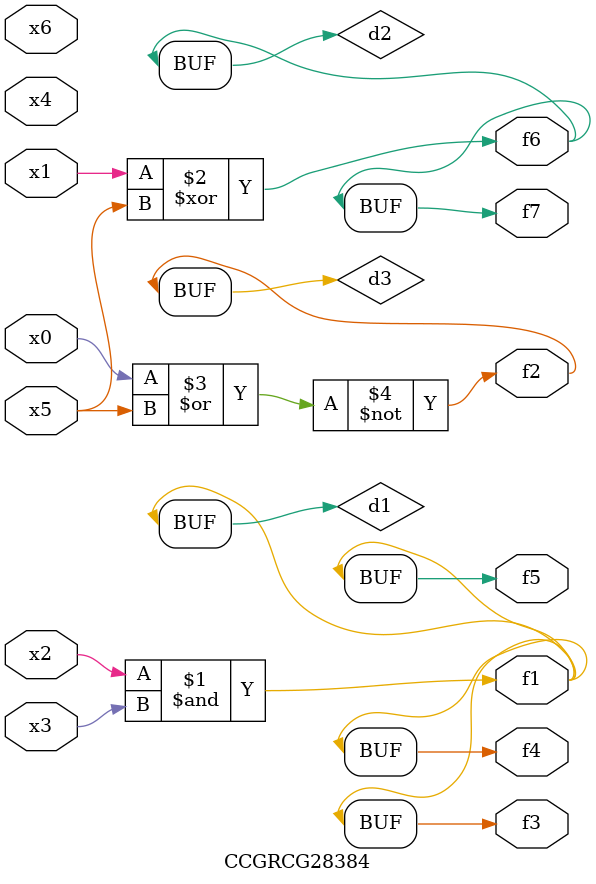
<source format=v>
module CCGRCG28384(
	input x0, x1, x2, x3, x4, x5, x6,
	output f1, f2, f3, f4, f5, f6, f7
);

	wire d1, d2, d3;

	and (d1, x2, x3);
	xor (d2, x1, x5);
	nor (d3, x0, x5);
	assign f1 = d1;
	assign f2 = d3;
	assign f3 = d1;
	assign f4 = d1;
	assign f5 = d1;
	assign f6 = d2;
	assign f7 = d2;
endmodule

</source>
